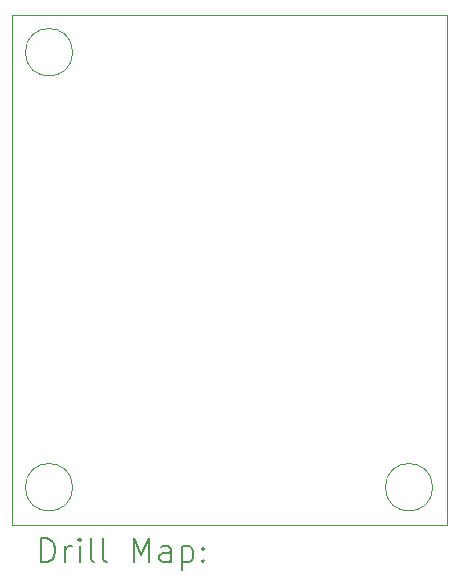
<source format=gbr>
%TF.GenerationSoftware,KiCad,Pcbnew,(6.0.9)*%
%TF.CreationDate,2023-08-13T20:05:29-07:00*%
%TF.ProjectId,LED_and_Switch_board,4c45445f-616e-4645-9f53-77697463685f,rev?*%
%TF.SameCoordinates,Original*%
%TF.FileFunction,Drillmap*%
%TF.FilePolarity,Positive*%
%FSLAX45Y45*%
G04 Gerber Fmt 4.5, Leading zero omitted, Abs format (unit mm)*
G04 Created by KiCad (PCBNEW (6.0.9)) date 2023-08-13 20:05:29*
%MOMM*%
%LPD*%
G01*
G04 APERTURE LIST*
%ADD10C,0.100000*%
%ADD11C,0.200000*%
G04 APERTURE END LIST*
D10*
X16075805Y-12192000D02*
G75*
G03*
X16075805Y-12192000I-200805J0D01*
G01*
X13027805Y-12192000D02*
G75*
G03*
X13027805Y-12192000I-200805J0D01*
G01*
X13027805Y-8509000D02*
G75*
G03*
X13027805Y-8509000I-200805J0D01*
G01*
X16192500Y-12509500D02*
X12509500Y-12509500D01*
X16192500Y-8191500D02*
X16192500Y-12509500D01*
X12509500Y-8191500D02*
X16192500Y-8191500D01*
X12509500Y-12509500D02*
X12509500Y-8191500D01*
D11*
X12762119Y-12824976D02*
X12762119Y-12624976D01*
X12809738Y-12624976D01*
X12838309Y-12634500D01*
X12857357Y-12653548D01*
X12866881Y-12672595D01*
X12876405Y-12710690D01*
X12876405Y-12739262D01*
X12866881Y-12777357D01*
X12857357Y-12796405D01*
X12838309Y-12815452D01*
X12809738Y-12824976D01*
X12762119Y-12824976D01*
X12962119Y-12824976D02*
X12962119Y-12691643D01*
X12962119Y-12729738D02*
X12971643Y-12710690D01*
X12981167Y-12701167D01*
X13000214Y-12691643D01*
X13019262Y-12691643D01*
X13085928Y-12824976D02*
X13085928Y-12691643D01*
X13085928Y-12624976D02*
X13076405Y-12634500D01*
X13085928Y-12644024D01*
X13095452Y-12634500D01*
X13085928Y-12624976D01*
X13085928Y-12644024D01*
X13209738Y-12824976D02*
X13190690Y-12815452D01*
X13181167Y-12796405D01*
X13181167Y-12624976D01*
X13314500Y-12824976D02*
X13295452Y-12815452D01*
X13285928Y-12796405D01*
X13285928Y-12624976D01*
X13543071Y-12824976D02*
X13543071Y-12624976D01*
X13609738Y-12767833D01*
X13676405Y-12624976D01*
X13676405Y-12824976D01*
X13857357Y-12824976D02*
X13857357Y-12720214D01*
X13847833Y-12701167D01*
X13828786Y-12691643D01*
X13790690Y-12691643D01*
X13771643Y-12701167D01*
X13857357Y-12815452D02*
X13838309Y-12824976D01*
X13790690Y-12824976D01*
X13771643Y-12815452D01*
X13762119Y-12796405D01*
X13762119Y-12777357D01*
X13771643Y-12758309D01*
X13790690Y-12748786D01*
X13838309Y-12748786D01*
X13857357Y-12739262D01*
X13952595Y-12691643D02*
X13952595Y-12891643D01*
X13952595Y-12701167D02*
X13971643Y-12691643D01*
X14009738Y-12691643D01*
X14028786Y-12701167D01*
X14038309Y-12710690D01*
X14047833Y-12729738D01*
X14047833Y-12786881D01*
X14038309Y-12805928D01*
X14028786Y-12815452D01*
X14009738Y-12824976D01*
X13971643Y-12824976D01*
X13952595Y-12815452D01*
X14133548Y-12805928D02*
X14143071Y-12815452D01*
X14133548Y-12824976D01*
X14124024Y-12815452D01*
X14133548Y-12805928D01*
X14133548Y-12824976D01*
X14133548Y-12701167D02*
X14143071Y-12710690D01*
X14133548Y-12720214D01*
X14124024Y-12710690D01*
X14133548Y-12701167D01*
X14133548Y-12720214D01*
M02*

</source>
